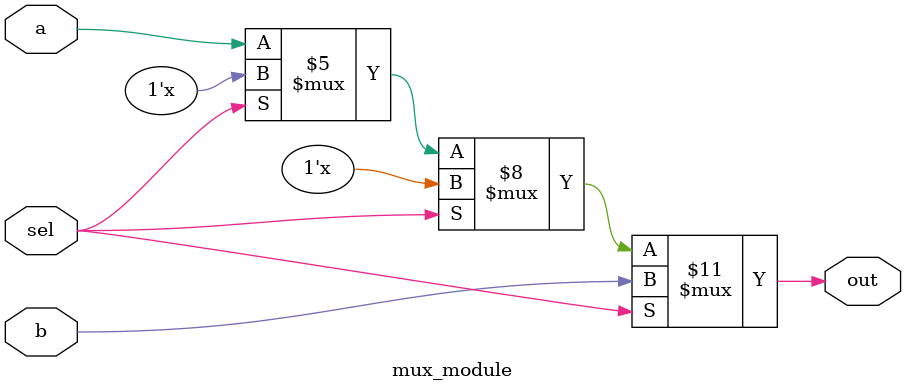
<source format=sv>
module top_module (
	input a,
	input b,
	input sel,
	output out
);

	// Define the wire to connect the inputs to the output
	wire out_wire;

	// Instantiate the multiplexer module
	mux_module mux (
		.a(a),
		.b(b),
		.sel(sel),
		.out(out_wire)
	);

	// Assign the output wire to the output port of the top module
	assign out = out_wire;

endmodule
module mux_module (
	input a,
	input b,
	input sel,
	output reg out
);
	always @ (sel)
	begin
		if(sel == 1'b1)
			out = b;
		else if(sel == 1'b0)
			out = a;
	end
endmodule

</source>
